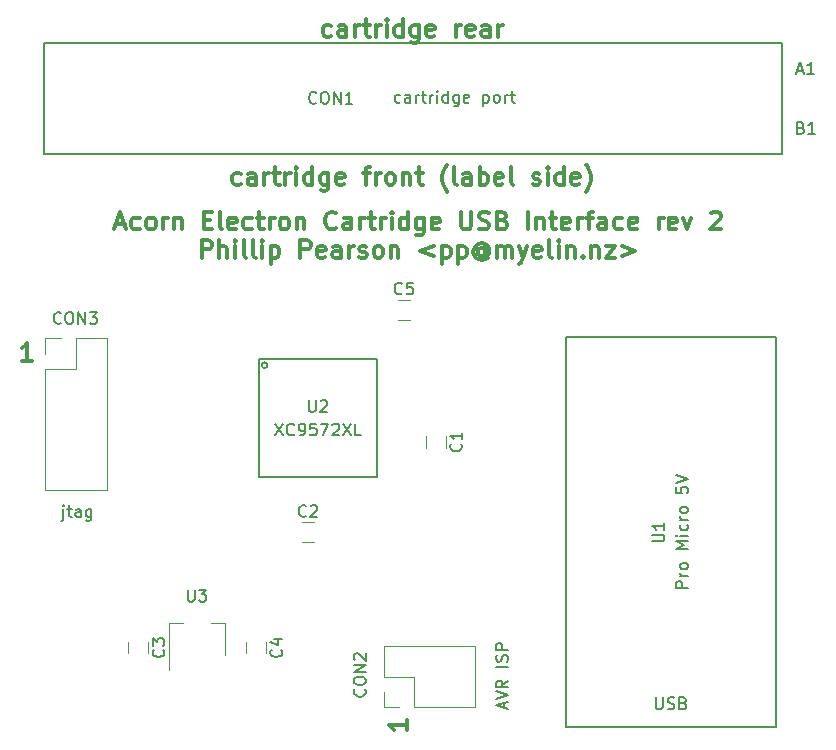
<source format=gto>
G04 #@! TF.FileFunction,Legend,Top*
%FSLAX46Y46*%
G04 Gerber Fmt 4.6, Leading zero omitted, Abs format (unit mm)*
G04 Created by KiCad (PCBNEW 4.0.1-stable) date Monday, April 10, 2017 'AMt' 12:08:22 AM*
%MOMM*%
G01*
G04 APERTURE LIST*
%ADD10C,0.100000*%
%ADD11C,0.300000*%
%ADD12C,0.120000*%
%ADD13C,0.150000*%
G04 APERTURE END LIST*
D10*
D11*
X164528571Y-110201428D02*
X164528571Y-111058571D01*
X164528571Y-110629999D02*
X163028571Y-110629999D01*
X163242857Y-110772856D01*
X163385714Y-110915714D01*
X163457143Y-111058571D01*
X132798572Y-79778571D02*
X131941429Y-79778571D01*
X132370001Y-79778571D02*
X132370001Y-78278571D01*
X132227144Y-78492857D01*
X132084286Y-78635714D01*
X131941429Y-78707143D01*
X158142858Y-52257143D02*
X158000001Y-52328571D01*
X157714287Y-52328571D01*
X157571429Y-52257143D01*
X157500001Y-52185714D01*
X157428572Y-52042857D01*
X157428572Y-51614286D01*
X157500001Y-51471429D01*
X157571429Y-51400000D01*
X157714287Y-51328571D01*
X158000001Y-51328571D01*
X158142858Y-51400000D01*
X159428572Y-52328571D02*
X159428572Y-51542857D01*
X159357143Y-51400000D01*
X159214286Y-51328571D01*
X158928572Y-51328571D01*
X158785715Y-51400000D01*
X159428572Y-52257143D02*
X159285715Y-52328571D01*
X158928572Y-52328571D01*
X158785715Y-52257143D01*
X158714286Y-52114286D01*
X158714286Y-51971429D01*
X158785715Y-51828571D01*
X158928572Y-51757143D01*
X159285715Y-51757143D01*
X159428572Y-51685714D01*
X160142858Y-52328571D02*
X160142858Y-51328571D01*
X160142858Y-51614286D02*
X160214286Y-51471429D01*
X160285715Y-51400000D01*
X160428572Y-51328571D01*
X160571429Y-51328571D01*
X160857143Y-51328571D02*
X161428572Y-51328571D01*
X161071429Y-50828571D02*
X161071429Y-52114286D01*
X161142857Y-52257143D01*
X161285715Y-52328571D01*
X161428572Y-52328571D01*
X161928572Y-52328571D02*
X161928572Y-51328571D01*
X161928572Y-51614286D02*
X162000000Y-51471429D01*
X162071429Y-51400000D01*
X162214286Y-51328571D01*
X162357143Y-51328571D01*
X162857143Y-52328571D02*
X162857143Y-51328571D01*
X162857143Y-50828571D02*
X162785714Y-50900000D01*
X162857143Y-50971429D01*
X162928571Y-50900000D01*
X162857143Y-50828571D01*
X162857143Y-50971429D01*
X164214286Y-52328571D02*
X164214286Y-50828571D01*
X164214286Y-52257143D02*
X164071429Y-52328571D01*
X163785715Y-52328571D01*
X163642857Y-52257143D01*
X163571429Y-52185714D01*
X163500000Y-52042857D01*
X163500000Y-51614286D01*
X163571429Y-51471429D01*
X163642857Y-51400000D01*
X163785715Y-51328571D01*
X164071429Y-51328571D01*
X164214286Y-51400000D01*
X165571429Y-51328571D02*
X165571429Y-52542857D01*
X165500000Y-52685714D01*
X165428572Y-52757143D01*
X165285715Y-52828571D01*
X165071429Y-52828571D01*
X164928572Y-52757143D01*
X165571429Y-52257143D02*
X165428572Y-52328571D01*
X165142858Y-52328571D01*
X165000000Y-52257143D01*
X164928572Y-52185714D01*
X164857143Y-52042857D01*
X164857143Y-51614286D01*
X164928572Y-51471429D01*
X165000000Y-51400000D01*
X165142858Y-51328571D01*
X165428572Y-51328571D01*
X165571429Y-51400000D01*
X166857143Y-52257143D02*
X166714286Y-52328571D01*
X166428572Y-52328571D01*
X166285715Y-52257143D01*
X166214286Y-52114286D01*
X166214286Y-51542857D01*
X166285715Y-51400000D01*
X166428572Y-51328571D01*
X166714286Y-51328571D01*
X166857143Y-51400000D01*
X166928572Y-51542857D01*
X166928572Y-51685714D01*
X166214286Y-51828571D01*
X168714286Y-52328571D02*
X168714286Y-51328571D01*
X168714286Y-51614286D02*
X168785714Y-51471429D01*
X168857143Y-51400000D01*
X169000000Y-51328571D01*
X169142857Y-51328571D01*
X170214285Y-52257143D02*
X170071428Y-52328571D01*
X169785714Y-52328571D01*
X169642857Y-52257143D01*
X169571428Y-52114286D01*
X169571428Y-51542857D01*
X169642857Y-51400000D01*
X169785714Y-51328571D01*
X170071428Y-51328571D01*
X170214285Y-51400000D01*
X170285714Y-51542857D01*
X170285714Y-51685714D01*
X169571428Y-51828571D01*
X171571428Y-52328571D02*
X171571428Y-51542857D01*
X171499999Y-51400000D01*
X171357142Y-51328571D01*
X171071428Y-51328571D01*
X170928571Y-51400000D01*
X171571428Y-52257143D02*
X171428571Y-52328571D01*
X171071428Y-52328571D01*
X170928571Y-52257143D01*
X170857142Y-52114286D01*
X170857142Y-51971429D01*
X170928571Y-51828571D01*
X171071428Y-51757143D01*
X171428571Y-51757143D01*
X171571428Y-51685714D01*
X172285714Y-52328571D02*
X172285714Y-51328571D01*
X172285714Y-51614286D02*
X172357142Y-51471429D01*
X172428571Y-51400000D01*
X172571428Y-51328571D01*
X172714285Y-51328571D01*
X150490001Y-64797143D02*
X150347144Y-64868571D01*
X150061430Y-64868571D01*
X149918572Y-64797143D01*
X149847144Y-64725714D01*
X149775715Y-64582857D01*
X149775715Y-64154286D01*
X149847144Y-64011429D01*
X149918572Y-63940000D01*
X150061430Y-63868571D01*
X150347144Y-63868571D01*
X150490001Y-63940000D01*
X151775715Y-64868571D02*
X151775715Y-64082857D01*
X151704286Y-63940000D01*
X151561429Y-63868571D01*
X151275715Y-63868571D01*
X151132858Y-63940000D01*
X151775715Y-64797143D02*
X151632858Y-64868571D01*
X151275715Y-64868571D01*
X151132858Y-64797143D01*
X151061429Y-64654286D01*
X151061429Y-64511429D01*
X151132858Y-64368571D01*
X151275715Y-64297143D01*
X151632858Y-64297143D01*
X151775715Y-64225714D01*
X152490001Y-64868571D02*
X152490001Y-63868571D01*
X152490001Y-64154286D02*
X152561429Y-64011429D01*
X152632858Y-63940000D01*
X152775715Y-63868571D01*
X152918572Y-63868571D01*
X153204286Y-63868571D02*
X153775715Y-63868571D01*
X153418572Y-63368571D02*
X153418572Y-64654286D01*
X153490000Y-64797143D01*
X153632858Y-64868571D01*
X153775715Y-64868571D01*
X154275715Y-64868571D02*
X154275715Y-63868571D01*
X154275715Y-64154286D02*
X154347143Y-64011429D01*
X154418572Y-63940000D01*
X154561429Y-63868571D01*
X154704286Y-63868571D01*
X155204286Y-64868571D02*
X155204286Y-63868571D01*
X155204286Y-63368571D02*
X155132857Y-63440000D01*
X155204286Y-63511429D01*
X155275714Y-63440000D01*
X155204286Y-63368571D01*
X155204286Y-63511429D01*
X156561429Y-64868571D02*
X156561429Y-63368571D01*
X156561429Y-64797143D02*
X156418572Y-64868571D01*
X156132858Y-64868571D01*
X155990000Y-64797143D01*
X155918572Y-64725714D01*
X155847143Y-64582857D01*
X155847143Y-64154286D01*
X155918572Y-64011429D01*
X155990000Y-63940000D01*
X156132858Y-63868571D01*
X156418572Y-63868571D01*
X156561429Y-63940000D01*
X157918572Y-63868571D02*
X157918572Y-65082857D01*
X157847143Y-65225714D01*
X157775715Y-65297143D01*
X157632858Y-65368571D01*
X157418572Y-65368571D01*
X157275715Y-65297143D01*
X157918572Y-64797143D02*
X157775715Y-64868571D01*
X157490001Y-64868571D01*
X157347143Y-64797143D01*
X157275715Y-64725714D01*
X157204286Y-64582857D01*
X157204286Y-64154286D01*
X157275715Y-64011429D01*
X157347143Y-63940000D01*
X157490001Y-63868571D01*
X157775715Y-63868571D01*
X157918572Y-63940000D01*
X159204286Y-64797143D02*
X159061429Y-64868571D01*
X158775715Y-64868571D01*
X158632858Y-64797143D01*
X158561429Y-64654286D01*
X158561429Y-64082857D01*
X158632858Y-63940000D01*
X158775715Y-63868571D01*
X159061429Y-63868571D01*
X159204286Y-63940000D01*
X159275715Y-64082857D01*
X159275715Y-64225714D01*
X158561429Y-64368571D01*
X160847143Y-63868571D02*
X161418572Y-63868571D01*
X161061429Y-64868571D02*
X161061429Y-63582857D01*
X161132857Y-63440000D01*
X161275715Y-63368571D01*
X161418572Y-63368571D01*
X161918572Y-64868571D02*
X161918572Y-63868571D01*
X161918572Y-64154286D02*
X161990000Y-64011429D01*
X162061429Y-63940000D01*
X162204286Y-63868571D01*
X162347143Y-63868571D01*
X163061429Y-64868571D02*
X162918571Y-64797143D01*
X162847143Y-64725714D01*
X162775714Y-64582857D01*
X162775714Y-64154286D01*
X162847143Y-64011429D01*
X162918571Y-63940000D01*
X163061429Y-63868571D01*
X163275714Y-63868571D01*
X163418571Y-63940000D01*
X163490000Y-64011429D01*
X163561429Y-64154286D01*
X163561429Y-64582857D01*
X163490000Y-64725714D01*
X163418571Y-64797143D01*
X163275714Y-64868571D01*
X163061429Y-64868571D01*
X164204286Y-63868571D02*
X164204286Y-64868571D01*
X164204286Y-64011429D02*
X164275714Y-63940000D01*
X164418572Y-63868571D01*
X164632857Y-63868571D01*
X164775714Y-63940000D01*
X164847143Y-64082857D01*
X164847143Y-64868571D01*
X165347143Y-63868571D02*
X165918572Y-63868571D01*
X165561429Y-63368571D02*
X165561429Y-64654286D01*
X165632857Y-64797143D01*
X165775715Y-64868571D01*
X165918572Y-64868571D01*
X167990000Y-65440000D02*
X167918572Y-65368571D01*
X167775715Y-65154286D01*
X167704286Y-65011429D01*
X167632857Y-64797143D01*
X167561429Y-64440000D01*
X167561429Y-64154286D01*
X167632857Y-63797143D01*
X167704286Y-63582857D01*
X167775715Y-63440000D01*
X167918572Y-63225714D01*
X167990000Y-63154286D01*
X168775715Y-64868571D02*
X168632857Y-64797143D01*
X168561429Y-64654286D01*
X168561429Y-63368571D01*
X169990000Y-64868571D02*
X169990000Y-64082857D01*
X169918571Y-63940000D01*
X169775714Y-63868571D01*
X169490000Y-63868571D01*
X169347143Y-63940000D01*
X169990000Y-64797143D02*
X169847143Y-64868571D01*
X169490000Y-64868571D01*
X169347143Y-64797143D01*
X169275714Y-64654286D01*
X169275714Y-64511429D01*
X169347143Y-64368571D01*
X169490000Y-64297143D01*
X169847143Y-64297143D01*
X169990000Y-64225714D01*
X170704286Y-64868571D02*
X170704286Y-63368571D01*
X170704286Y-63940000D02*
X170847143Y-63868571D01*
X171132857Y-63868571D01*
X171275714Y-63940000D01*
X171347143Y-64011429D01*
X171418572Y-64154286D01*
X171418572Y-64582857D01*
X171347143Y-64725714D01*
X171275714Y-64797143D01*
X171132857Y-64868571D01*
X170847143Y-64868571D01*
X170704286Y-64797143D01*
X172632857Y-64797143D02*
X172490000Y-64868571D01*
X172204286Y-64868571D01*
X172061429Y-64797143D01*
X171990000Y-64654286D01*
X171990000Y-64082857D01*
X172061429Y-63940000D01*
X172204286Y-63868571D01*
X172490000Y-63868571D01*
X172632857Y-63940000D01*
X172704286Y-64082857D01*
X172704286Y-64225714D01*
X171990000Y-64368571D01*
X173561429Y-64868571D02*
X173418571Y-64797143D01*
X173347143Y-64654286D01*
X173347143Y-63368571D01*
X175204285Y-64797143D02*
X175347142Y-64868571D01*
X175632857Y-64868571D01*
X175775714Y-64797143D01*
X175847142Y-64654286D01*
X175847142Y-64582857D01*
X175775714Y-64440000D01*
X175632857Y-64368571D01*
X175418571Y-64368571D01*
X175275714Y-64297143D01*
X175204285Y-64154286D01*
X175204285Y-64082857D01*
X175275714Y-63940000D01*
X175418571Y-63868571D01*
X175632857Y-63868571D01*
X175775714Y-63940000D01*
X176490000Y-64868571D02*
X176490000Y-63868571D01*
X176490000Y-63368571D02*
X176418571Y-63440000D01*
X176490000Y-63511429D01*
X176561428Y-63440000D01*
X176490000Y-63368571D01*
X176490000Y-63511429D01*
X177847143Y-64868571D02*
X177847143Y-63368571D01*
X177847143Y-64797143D02*
X177704286Y-64868571D01*
X177418572Y-64868571D01*
X177275714Y-64797143D01*
X177204286Y-64725714D01*
X177132857Y-64582857D01*
X177132857Y-64154286D01*
X177204286Y-64011429D01*
X177275714Y-63940000D01*
X177418572Y-63868571D01*
X177704286Y-63868571D01*
X177847143Y-63940000D01*
X179132857Y-64797143D02*
X178990000Y-64868571D01*
X178704286Y-64868571D01*
X178561429Y-64797143D01*
X178490000Y-64654286D01*
X178490000Y-64082857D01*
X178561429Y-63940000D01*
X178704286Y-63868571D01*
X178990000Y-63868571D01*
X179132857Y-63940000D01*
X179204286Y-64082857D01*
X179204286Y-64225714D01*
X178490000Y-64368571D01*
X179704286Y-65440000D02*
X179775714Y-65368571D01*
X179918571Y-65154286D01*
X179990000Y-65011429D01*
X180061429Y-64797143D01*
X180132857Y-64440000D01*
X180132857Y-64154286D01*
X180061429Y-63797143D01*
X179990000Y-63582857D01*
X179918571Y-63440000D01*
X179775714Y-63225714D01*
X179704286Y-63154286D01*
X139932859Y-68220000D02*
X140647145Y-68220000D01*
X139790002Y-68648571D02*
X140290002Y-67148571D01*
X140790002Y-68648571D01*
X141932859Y-68577143D02*
X141790002Y-68648571D01*
X141504288Y-68648571D01*
X141361430Y-68577143D01*
X141290002Y-68505714D01*
X141218573Y-68362857D01*
X141218573Y-67934286D01*
X141290002Y-67791429D01*
X141361430Y-67720000D01*
X141504288Y-67648571D01*
X141790002Y-67648571D01*
X141932859Y-67720000D01*
X142790002Y-68648571D02*
X142647144Y-68577143D01*
X142575716Y-68505714D01*
X142504287Y-68362857D01*
X142504287Y-67934286D01*
X142575716Y-67791429D01*
X142647144Y-67720000D01*
X142790002Y-67648571D01*
X143004287Y-67648571D01*
X143147144Y-67720000D01*
X143218573Y-67791429D01*
X143290002Y-67934286D01*
X143290002Y-68362857D01*
X143218573Y-68505714D01*
X143147144Y-68577143D01*
X143004287Y-68648571D01*
X142790002Y-68648571D01*
X143932859Y-68648571D02*
X143932859Y-67648571D01*
X143932859Y-67934286D02*
X144004287Y-67791429D01*
X144075716Y-67720000D01*
X144218573Y-67648571D01*
X144361430Y-67648571D01*
X144861430Y-67648571D02*
X144861430Y-68648571D01*
X144861430Y-67791429D02*
X144932858Y-67720000D01*
X145075716Y-67648571D01*
X145290001Y-67648571D01*
X145432858Y-67720000D01*
X145504287Y-67862857D01*
X145504287Y-68648571D01*
X147361430Y-67862857D02*
X147861430Y-67862857D01*
X148075716Y-68648571D02*
X147361430Y-68648571D01*
X147361430Y-67148571D01*
X148075716Y-67148571D01*
X148932859Y-68648571D02*
X148790001Y-68577143D01*
X148718573Y-68434286D01*
X148718573Y-67148571D01*
X150075715Y-68577143D02*
X149932858Y-68648571D01*
X149647144Y-68648571D01*
X149504287Y-68577143D01*
X149432858Y-68434286D01*
X149432858Y-67862857D01*
X149504287Y-67720000D01*
X149647144Y-67648571D01*
X149932858Y-67648571D01*
X150075715Y-67720000D01*
X150147144Y-67862857D01*
X150147144Y-68005714D01*
X149432858Y-68148571D01*
X151432858Y-68577143D02*
X151290001Y-68648571D01*
X151004287Y-68648571D01*
X150861429Y-68577143D01*
X150790001Y-68505714D01*
X150718572Y-68362857D01*
X150718572Y-67934286D01*
X150790001Y-67791429D01*
X150861429Y-67720000D01*
X151004287Y-67648571D01*
X151290001Y-67648571D01*
X151432858Y-67720000D01*
X151861429Y-67648571D02*
X152432858Y-67648571D01*
X152075715Y-67148571D02*
X152075715Y-68434286D01*
X152147143Y-68577143D01*
X152290001Y-68648571D01*
X152432858Y-68648571D01*
X152932858Y-68648571D02*
X152932858Y-67648571D01*
X152932858Y-67934286D02*
X153004286Y-67791429D01*
X153075715Y-67720000D01*
X153218572Y-67648571D01*
X153361429Y-67648571D01*
X154075715Y-68648571D02*
X153932857Y-68577143D01*
X153861429Y-68505714D01*
X153790000Y-68362857D01*
X153790000Y-67934286D01*
X153861429Y-67791429D01*
X153932857Y-67720000D01*
X154075715Y-67648571D01*
X154290000Y-67648571D01*
X154432857Y-67720000D01*
X154504286Y-67791429D01*
X154575715Y-67934286D01*
X154575715Y-68362857D01*
X154504286Y-68505714D01*
X154432857Y-68577143D01*
X154290000Y-68648571D01*
X154075715Y-68648571D01*
X155218572Y-67648571D02*
X155218572Y-68648571D01*
X155218572Y-67791429D02*
X155290000Y-67720000D01*
X155432858Y-67648571D01*
X155647143Y-67648571D01*
X155790000Y-67720000D01*
X155861429Y-67862857D01*
X155861429Y-68648571D01*
X158575715Y-68505714D02*
X158504286Y-68577143D01*
X158290000Y-68648571D01*
X158147143Y-68648571D01*
X157932858Y-68577143D01*
X157790000Y-68434286D01*
X157718572Y-68291429D01*
X157647143Y-68005714D01*
X157647143Y-67791429D01*
X157718572Y-67505714D01*
X157790000Y-67362857D01*
X157932858Y-67220000D01*
X158147143Y-67148571D01*
X158290000Y-67148571D01*
X158504286Y-67220000D01*
X158575715Y-67291429D01*
X159861429Y-68648571D02*
X159861429Y-67862857D01*
X159790000Y-67720000D01*
X159647143Y-67648571D01*
X159361429Y-67648571D01*
X159218572Y-67720000D01*
X159861429Y-68577143D02*
X159718572Y-68648571D01*
X159361429Y-68648571D01*
X159218572Y-68577143D01*
X159147143Y-68434286D01*
X159147143Y-68291429D01*
X159218572Y-68148571D01*
X159361429Y-68077143D01*
X159718572Y-68077143D01*
X159861429Y-68005714D01*
X160575715Y-68648571D02*
X160575715Y-67648571D01*
X160575715Y-67934286D02*
X160647143Y-67791429D01*
X160718572Y-67720000D01*
X160861429Y-67648571D01*
X161004286Y-67648571D01*
X161290000Y-67648571D02*
X161861429Y-67648571D01*
X161504286Y-67148571D02*
X161504286Y-68434286D01*
X161575714Y-68577143D01*
X161718572Y-68648571D01*
X161861429Y-68648571D01*
X162361429Y-68648571D02*
X162361429Y-67648571D01*
X162361429Y-67934286D02*
X162432857Y-67791429D01*
X162504286Y-67720000D01*
X162647143Y-67648571D01*
X162790000Y-67648571D01*
X163290000Y-68648571D02*
X163290000Y-67648571D01*
X163290000Y-67148571D02*
X163218571Y-67220000D01*
X163290000Y-67291429D01*
X163361428Y-67220000D01*
X163290000Y-67148571D01*
X163290000Y-67291429D01*
X164647143Y-68648571D02*
X164647143Y-67148571D01*
X164647143Y-68577143D02*
X164504286Y-68648571D01*
X164218572Y-68648571D01*
X164075714Y-68577143D01*
X164004286Y-68505714D01*
X163932857Y-68362857D01*
X163932857Y-67934286D01*
X164004286Y-67791429D01*
X164075714Y-67720000D01*
X164218572Y-67648571D01*
X164504286Y-67648571D01*
X164647143Y-67720000D01*
X166004286Y-67648571D02*
X166004286Y-68862857D01*
X165932857Y-69005714D01*
X165861429Y-69077143D01*
X165718572Y-69148571D01*
X165504286Y-69148571D01*
X165361429Y-69077143D01*
X166004286Y-68577143D02*
X165861429Y-68648571D01*
X165575715Y-68648571D01*
X165432857Y-68577143D01*
X165361429Y-68505714D01*
X165290000Y-68362857D01*
X165290000Y-67934286D01*
X165361429Y-67791429D01*
X165432857Y-67720000D01*
X165575715Y-67648571D01*
X165861429Y-67648571D01*
X166004286Y-67720000D01*
X167290000Y-68577143D02*
X167147143Y-68648571D01*
X166861429Y-68648571D01*
X166718572Y-68577143D01*
X166647143Y-68434286D01*
X166647143Y-67862857D01*
X166718572Y-67720000D01*
X166861429Y-67648571D01*
X167147143Y-67648571D01*
X167290000Y-67720000D01*
X167361429Y-67862857D01*
X167361429Y-68005714D01*
X166647143Y-68148571D01*
X169147143Y-67148571D02*
X169147143Y-68362857D01*
X169218571Y-68505714D01*
X169290000Y-68577143D01*
X169432857Y-68648571D01*
X169718571Y-68648571D01*
X169861429Y-68577143D01*
X169932857Y-68505714D01*
X170004286Y-68362857D01*
X170004286Y-67148571D01*
X170647143Y-68577143D02*
X170861429Y-68648571D01*
X171218572Y-68648571D01*
X171361429Y-68577143D01*
X171432858Y-68505714D01*
X171504286Y-68362857D01*
X171504286Y-68220000D01*
X171432858Y-68077143D01*
X171361429Y-68005714D01*
X171218572Y-67934286D01*
X170932858Y-67862857D01*
X170790000Y-67791429D01*
X170718572Y-67720000D01*
X170647143Y-67577143D01*
X170647143Y-67434286D01*
X170718572Y-67291429D01*
X170790000Y-67220000D01*
X170932858Y-67148571D01*
X171290000Y-67148571D01*
X171504286Y-67220000D01*
X172647143Y-67862857D02*
X172861429Y-67934286D01*
X172932857Y-68005714D01*
X173004286Y-68148571D01*
X173004286Y-68362857D01*
X172932857Y-68505714D01*
X172861429Y-68577143D01*
X172718571Y-68648571D01*
X172147143Y-68648571D01*
X172147143Y-67148571D01*
X172647143Y-67148571D01*
X172790000Y-67220000D01*
X172861429Y-67291429D01*
X172932857Y-67434286D01*
X172932857Y-67577143D01*
X172861429Y-67720000D01*
X172790000Y-67791429D01*
X172647143Y-67862857D01*
X172147143Y-67862857D01*
X174790000Y-68648571D02*
X174790000Y-67148571D01*
X175504286Y-67648571D02*
X175504286Y-68648571D01*
X175504286Y-67791429D02*
X175575714Y-67720000D01*
X175718572Y-67648571D01*
X175932857Y-67648571D01*
X176075714Y-67720000D01*
X176147143Y-67862857D01*
X176147143Y-68648571D01*
X176647143Y-67648571D02*
X177218572Y-67648571D01*
X176861429Y-67148571D02*
X176861429Y-68434286D01*
X176932857Y-68577143D01*
X177075715Y-68648571D01*
X177218572Y-68648571D01*
X178290000Y-68577143D02*
X178147143Y-68648571D01*
X177861429Y-68648571D01*
X177718572Y-68577143D01*
X177647143Y-68434286D01*
X177647143Y-67862857D01*
X177718572Y-67720000D01*
X177861429Y-67648571D01*
X178147143Y-67648571D01*
X178290000Y-67720000D01*
X178361429Y-67862857D01*
X178361429Y-68005714D01*
X177647143Y-68148571D01*
X179004286Y-68648571D02*
X179004286Y-67648571D01*
X179004286Y-67934286D02*
X179075714Y-67791429D01*
X179147143Y-67720000D01*
X179290000Y-67648571D01*
X179432857Y-67648571D01*
X179718571Y-67648571D02*
X180290000Y-67648571D01*
X179932857Y-68648571D02*
X179932857Y-67362857D01*
X180004285Y-67220000D01*
X180147143Y-67148571D01*
X180290000Y-67148571D01*
X181432857Y-68648571D02*
X181432857Y-67862857D01*
X181361428Y-67720000D01*
X181218571Y-67648571D01*
X180932857Y-67648571D01*
X180790000Y-67720000D01*
X181432857Y-68577143D02*
X181290000Y-68648571D01*
X180932857Y-68648571D01*
X180790000Y-68577143D01*
X180718571Y-68434286D01*
X180718571Y-68291429D01*
X180790000Y-68148571D01*
X180932857Y-68077143D01*
X181290000Y-68077143D01*
X181432857Y-68005714D01*
X182790000Y-68577143D02*
X182647143Y-68648571D01*
X182361429Y-68648571D01*
X182218571Y-68577143D01*
X182147143Y-68505714D01*
X182075714Y-68362857D01*
X182075714Y-67934286D01*
X182147143Y-67791429D01*
X182218571Y-67720000D01*
X182361429Y-67648571D01*
X182647143Y-67648571D01*
X182790000Y-67720000D01*
X184004285Y-68577143D02*
X183861428Y-68648571D01*
X183575714Y-68648571D01*
X183432857Y-68577143D01*
X183361428Y-68434286D01*
X183361428Y-67862857D01*
X183432857Y-67720000D01*
X183575714Y-67648571D01*
X183861428Y-67648571D01*
X184004285Y-67720000D01*
X184075714Y-67862857D01*
X184075714Y-68005714D01*
X183361428Y-68148571D01*
X185861428Y-68648571D02*
X185861428Y-67648571D01*
X185861428Y-67934286D02*
X185932856Y-67791429D01*
X186004285Y-67720000D01*
X186147142Y-67648571D01*
X186289999Y-67648571D01*
X187361427Y-68577143D02*
X187218570Y-68648571D01*
X186932856Y-68648571D01*
X186789999Y-68577143D01*
X186718570Y-68434286D01*
X186718570Y-67862857D01*
X186789999Y-67720000D01*
X186932856Y-67648571D01*
X187218570Y-67648571D01*
X187361427Y-67720000D01*
X187432856Y-67862857D01*
X187432856Y-68005714D01*
X186718570Y-68148571D01*
X187932856Y-67648571D02*
X188289999Y-68648571D01*
X188647141Y-67648571D01*
X190289998Y-67291429D02*
X190361427Y-67220000D01*
X190504284Y-67148571D01*
X190861427Y-67148571D01*
X191004284Y-67220000D01*
X191075713Y-67291429D01*
X191147141Y-67434286D01*
X191147141Y-67577143D01*
X191075713Y-67791429D01*
X190218570Y-68648571D01*
X191147141Y-68648571D01*
X147182857Y-71048571D02*
X147182857Y-69548571D01*
X147754285Y-69548571D01*
X147897143Y-69620000D01*
X147968571Y-69691429D01*
X148040000Y-69834286D01*
X148040000Y-70048571D01*
X147968571Y-70191429D01*
X147897143Y-70262857D01*
X147754285Y-70334286D01*
X147182857Y-70334286D01*
X148682857Y-71048571D02*
X148682857Y-69548571D01*
X149325714Y-71048571D02*
X149325714Y-70262857D01*
X149254285Y-70120000D01*
X149111428Y-70048571D01*
X148897143Y-70048571D01*
X148754285Y-70120000D01*
X148682857Y-70191429D01*
X150040000Y-71048571D02*
X150040000Y-70048571D01*
X150040000Y-69548571D02*
X149968571Y-69620000D01*
X150040000Y-69691429D01*
X150111428Y-69620000D01*
X150040000Y-69548571D01*
X150040000Y-69691429D01*
X150968572Y-71048571D02*
X150825714Y-70977143D01*
X150754286Y-70834286D01*
X150754286Y-69548571D01*
X151754286Y-71048571D02*
X151611428Y-70977143D01*
X151540000Y-70834286D01*
X151540000Y-69548571D01*
X152325714Y-71048571D02*
X152325714Y-70048571D01*
X152325714Y-69548571D02*
X152254285Y-69620000D01*
X152325714Y-69691429D01*
X152397142Y-69620000D01*
X152325714Y-69548571D01*
X152325714Y-69691429D01*
X153040000Y-70048571D02*
X153040000Y-71548571D01*
X153040000Y-70120000D02*
X153182857Y-70048571D01*
X153468571Y-70048571D01*
X153611428Y-70120000D01*
X153682857Y-70191429D01*
X153754286Y-70334286D01*
X153754286Y-70762857D01*
X153682857Y-70905714D01*
X153611428Y-70977143D01*
X153468571Y-71048571D01*
X153182857Y-71048571D01*
X153040000Y-70977143D01*
X155540000Y-71048571D02*
X155540000Y-69548571D01*
X156111428Y-69548571D01*
X156254286Y-69620000D01*
X156325714Y-69691429D01*
X156397143Y-69834286D01*
X156397143Y-70048571D01*
X156325714Y-70191429D01*
X156254286Y-70262857D01*
X156111428Y-70334286D01*
X155540000Y-70334286D01*
X157611428Y-70977143D02*
X157468571Y-71048571D01*
X157182857Y-71048571D01*
X157040000Y-70977143D01*
X156968571Y-70834286D01*
X156968571Y-70262857D01*
X157040000Y-70120000D01*
X157182857Y-70048571D01*
X157468571Y-70048571D01*
X157611428Y-70120000D01*
X157682857Y-70262857D01*
X157682857Y-70405714D01*
X156968571Y-70548571D01*
X158968571Y-71048571D02*
X158968571Y-70262857D01*
X158897142Y-70120000D01*
X158754285Y-70048571D01*
X158468571Y-70048571D01*
X158325714Y-70120000D01*
X158968571Y-70977143D02*
X158825714Y-71048571D01*
X158468571Y-71048571D01*
X158325714Y-70977143D01*
X158254285Y-70834286D01*
X158254285Y-70691429D01*
X158325714Y-70548571D01*
X158468571Y-70477143D01*
X158825714Y-70477143D01*
X158968571Y-70405714D01*
X159682857Y-71048571D02*
X159682857Y-70048571D01*
X159682857Y-70334286D02*
X159754285Y-70191429D01*
X159825714Y-70120000D01*
X159968571Y-70048571D01*
X160111428Y-70048571D01*
X160539999Y-70977143D02*
X160682856Y-71048571D01*
X160968571Y-71048571D01*
X161111428Y-70977143D01*
X161182856Y-70834286D01*
X161182856Y-70762857D01*
X161111428Y-70620000D01*
X160968571Y-70548571D01*
X160754285Y-70548571D01*
X160611428Y-70477143D01*
X160539999Y-70334286D01*
X160539999Y-70262857D01*
X160611428Y-70120000D01*
X160754285Y-70048571D01*
X160968571Y-70048571D01*
X161111428Y-70120000D01*
X162040000Y-71048571D02*
X161897142Y-70977143D01*
X161825714Y-70905714D01*
X161754285Y-70762857D01*
X161754285Y-70334286D01*
X161825714Y-70191429D01*
X161897142Y-70120000D01*
X162040000Y-70048571D01*
X162254285Y-70048571D01*
X162397142Y-70120000D01*
X162468571Y-70191429D01*
X162540000Y-70334286D01*
X162540000Y-70762857D01*
X162468571Y-70905714D01*
X162397142Y-70977143D01*
X162254285Y-71048571D01*
X162040000Y-71048571D01*
X163182857Y-70048571D02*
X163182857Y-71048571D01*
X163182857Y-70191429D02*
X163254285Y-70120000D01*
X163397143Y-70048571D01*
X163611428Y-70048571D01*
X163754285Y-70120000D01*
X163825714Y-70262857D01*
X163825714Y-71048571D01*
X166825714Y-70048571D02*
X165682857Y-70477143D01*
X166825714Y-70905714D01*
X167540000Y-70048571D02*
X167540000Y-71548571D01*
X167540000Y-70120000D02*
X167682857Y-70048571D01*
X167968571Y-70048571D01*
X168111428Y-70120000D01*
X168182857Y-70191429D01*
X168254286Y-70334286D01*
X168254286Y-70762857D01*
X168182857Y-70905714D01*
X168111428Y-70977143D01*
X167968571Y-71048571D01*
X167682857Y-71048571D01*
X167540000Y-70977143D01*
X168897143Y-70048571D02*
X168897143Y-71548571D01*
X168897143Y-70120000D02*
X169040000Y-70048571D01*
X169325714Y-70048571D01*
X169468571Y-70120000D01*
X169540000Y-70191429D01*
X169611429Y-70334286D01*
X169611429Y-70762857D01*
X169540000Y-70905714D01*
X169468571Y-70977143D01*
X169325714Y-71048571D01*
X169040000Y-71048571D01*
X168897143Y-70977143D01*
X171182857Y-70334286D02*
X171111429Y-70262857D01*
X170968572Y-70191429D01*
X170825714Y-70191429D01*
X170682857Y-70262857D01*
X170611429Y-70334286D01*
X170540000Y-70477143D01*
X170540000Y-70620000D01*
X170611429Y-70762857D01*
X170682857Y-70834286D01*
X170825714Y-70905714D01*
X170968572Y-70905714D01*
X171111429Y-70834286D01*
X171182857Y-70762857D01*
X171182857Y-70191429D02*
X171182857Y-70762857D01*
X171254286Y-70834286D01*
X171325714Y-70834286D01*
X171468572Y-70762857D01*
X171540000Y-70620000D01*
X171540000Y-70262857D01*
X171397143Y-70048571D01*
X171182857Y-69905714D01*
X170897143Y-69834286D01*
X170611429Y-69905714D01*
X170397143Y-70048571D01*
X170254286Y-70262857D01*
X170182857Y-70548571D01*
X170254286Y-70834286D01*
X170397143Y-71048571D01*
X170611429Y-71191429D01*
X170897143Y-71262857D01*
X171182857Y-71191429D01*
X171397143Y-71048571D01*
X172182857Y-71048571D02*
X172182857Y-70048571D01*
X172182857Y-70191429D02*
X172254285Y-70120000D01*
X172397143Y-70048571D01*
X172611428Y-70048571D01*
X172754285Y-70120000D01*
X172825714Y-70262857D01*
X172825714Y-71048571D01*
X172825714Y-70262857D02*
X172897143Y-70120000D01*
X173040000Y-70048571D01*
X173254285Y-70048571D01*
X173397143Y-70120000D01*
X173468571Y-70262857D01*
X173468571Y-71048571D01*
X174040000Y-70048571D02*
X174397143Y-71048571D01*
X174754285Y-70048571D02*
X174397143Y-71048571D01*
X174254285Y-71405714D01*
X174182857Y-71477143D01*
X174040000Y-71548571D01*
X175897142Y-70977143D02*
X175754285Y-71048571D01*
X175468571Y-71048571D01*
X175325714Y-70977143D01*
X175254285Y-70834286D01*
X175254285Y-70262857D01*
X175325714Y-70120000D01*
X175468571Y-70048571D01*
X175754285Y-70048571D01*
X175897142Y-70120000D01*
X175968571Y-70262857D01*
X175968571Y-70405714D01*
X175254285Y-70548571D01*
X176825714Y-71048571D02*
X176682856Y-70977143D01*
X176611428Y-70834286D01*
X176611428Y-69548571D01*
X177397142Y-71048571D02*
X177397142Y-70048571D01*
X177397142Y-69548571D02*
X177325713Y-69620000D01*
X177397142Y-69691429D01*
X177468570Y-69620000D01*
X177397142Y-69548571D01*
X177397142Y-69691429D01*
X178111428Y-70048571D02*
X178111428Y-71048571D01*
X178111428Y-70191429D02*
X178182856Y-70120000D01*
X178325714Y-70048571D01*
X178539999Y-70048571D01*
X178682856Y-70120000D01*
X178754285Y-70262857D01*
X178754285Y-71048571D01*
X179468571Y-70905714D02*
X179539999Y-70977143D01*
X179468571Y-71048571D01*
X179397142Y-70977143D01*
X179468571Y-70905714D01*
X179468571Y-71048571D01*
X180182857Y-70048571D02*
X180182857Y-71048571D01*
X180182857Y-70191429D02*
X180254285Y-70120000D01*
X180397143Y-70048571D01*
X180611428Y-70048571D01*
X180754285Y-70120000D01*
X180825714Y-70262857D01*
X180825714Y-71048571D01*
X181397143Y-70048571D02*
X182182857Y-70048571D01*
X181397143Y-71048571D01*
X182182857Y-71048571D01*
X182754286Y-70048571D02*
X183897143Y-70477143D01*
X182754286Y-70905714D01*
D12*
X167870000Y-87140000D02*
X167870000Y-86140000D01*
X166170000Y-86140000D02*
X166170000Y-87140000D01*
X156690000Y-93430000D02*
X155690000Y-93430000D01*
X155690000Y-95130000D02*
X156690000Y-95130000D01*
X142670000Y-104550000D02*
X142670000Y-103550000D01*
X140970000Y-103550000D02*
X140970000Y-104550000D01*
X152650000Y-104550000D02*
X152650000Y-103550000D01*
X150950000Y-103550000D02*
X150950000Y-104550000D01*
D13*
X152010000Y-79640000D02*
X152010000Y-89640000D01*
X152010000Y-89640000D02*
X162010000Y-89640000D01*
X162010000Y-89640000D02*
X162010000Y-79640000D01*
X162010000Y-79640000D02*
X152010000Y-79640000D01*
X152760000Y-80140000D02*
G75*
G03X152760000Y-80140000I-250000J0D01*
G01*
D12*
X147980000Y-101990000D02*
X149180000Y-101990000D01*
X149180000Y-101990000D02*
X149180000Y-104690000D01*
X144380000Y-105990000D02*
X144380000Y-101990000D01*
X144380000Y-101990000D02*
X145580000Y-101990000D01*
X165200000Y-109110000D02*
X170340000Y-109110000D01*
X170340000Y-109110000D02*
X170340000Y-103910000D01*
X170340000Y-103910000D02*
X162600000Y-103910000D01*
X162600000Y-103910000D02*
X162600000Y-106510000D01*
X162600000Y-106510000D02*
X165200000Y-106510000D01*
X165200000Y-106510000D02*
X165200000Y-109110000D01*
X163930000Y-109110000D02*
X162600000Y-109110000D01*
X162600000Y-109110000D02*
X162600000Y-107780000D01*
X133930000Y-80450000D02*
X133930000Y-90670000D01*
X133930000Y-90670000D02*
X139130000Y-90670000D01*
X139130000Y-90670000D02*
X139130000Y-77850000D01*
X139130000Y-77850000D02*
X136530000Y-77850000D01*
X136530000Y-77850000D02*
X136530000Y-80450000D01*
X136530000Y-80450000D02*
X133930000Y-80450000D01*
X133930000Y-79180000D02*
X133930000Y-77850000D01*
X133930000Y-77850000D02*
X135260000Y-77850000D01*
D13*
X178000000Y-110810000D02*
X195780000Y-110810000D01*
X195780000Y-110810000D02*
X195780000Y-77790000D01*
X195780000Y-77790000D02*
X178000000Y-77790000D01*
X178000000Y-77790000D02*
X178000000Y-110810000D01*
X133838000Y-52892100D02*
X133838000Y-62239300D01*
X133838000Y-62239300D02*
X196322000Y-62239300D01*
X196322000Y-62239300D02*
X196322000Y-52892100D01*
X196322000Y-52892100D02*
X133838000Y-52892100D01*
D12*
X164810000Y-74590000D02*
X163810000Y-74590000D01*
X163810000Y-76290000D02*
X164810000Y-76290000D01*
D13*
X169127143Y-86806666D02*
X169174762Y-86854285D01*
X169222381Y-86997142D01*
X169222381Y-87092380D01*
X169174762Y-87235238D01*
X169079524Y-87330476D01*
X168984286Y-87378095D01*
X168793810Y-87425714D01*
X168650952Y-87425714D01*
X168460476Y-87378095D01*
X168365238Y-87330476D01*
X168270000Y-87235238D01*
X168222381Y-87092380D01*
X168222381Y-86997142D01*
X168270000Y-86854285D01*
X168317619Y-86806666D01*
X169222381Y-85854285D02*
X169222381Y-86425714D01*
X169222381Y-86140000D02*
X168222381Y-86140000D01*
X168365238Y-86235238D01*
X168460476Y-86330476D01*
X168508095Y-86425714D01*
X156023334Y-92887143D02*
X155975715Y-92934762D01*
X155832858Y-92982381D01*
X155737620Y-92982381D01*
X155594762Y-92934762D01*
X155499524Y-92839524D01*
X155451905Y-92744286D01*
X155404286Y-92553810D01*
X155404286Y-92410952D01*
X155451905Y-92220476D01*
X155499524Y-92125238D01*
X155594762Y-92030000D01*
X155737620Y-91982381D01*
X155832858Y-91982381D01*
X155975715Y-92030000D01*
X156023334Y-92077619D01*
X156404286Y-92077619D02*
X156451905Y-92030000D01*
X156547143Y-91982381D01*
X156785239Y-91982381D01*
X156880477Y-92030000D01*
X156928096Y-92077619D01*
X156975715Y-92172857D01*
X156975715Y-92268095D01*
X156928096Y-92410952D01*
X156356667Y-92982381D01*
X156975715Y-92982381D01*
X143927143Y-104216666D02*
X143974762Y-104264285D01*
X144022381Y-104407142D01*
X144022381Y-104502380D01*
X143974762Y-104645238D01*
X143879524Y-104740476D01*
X143784286Y-104788095D01*
X143593810Y-104835714D01*
X143450952Y-104835714D01*
X143260476Y-104788095D01*
X143165238Y-104740476D01*
X143070000Y-104645238D01*
X143022381Y-104502380D01*
X143022381Y-104407142D01*
X143070000Y-104264285D01*
X143117619Y-104216666D01*
X143022381Y-103883333D02*
X143022381Y-103264285D01*
X143403333Y-103597619D01*
X143403333Y-103454761D01*
X143450952Y-103359523D01*
X143498571Y-103311904D01*
X143593810Y-103264285D01*
X143831905Y-103264285D01*
X143927143Y-103311904D01*
X143974762Y-103359523D01*
X144022381Y-103454761D01*
X144022381Y-103740476D01*
X143974762Y-103835714D01*
X143927143Y-103883333D01*
X153907143Y-104216666D02*
X153954762Y-104264285D01*
X154002381Y-104407142D01*
X154002381Y-104502380D01*
X153954762Y-104645238D01*
X153859524Y-104740476D01*
X153764286Y-104788095D01*
X153573810Y-104835714D01*
X153430952Y-104835714D01*
X153240476Y-104788095D01*
X153145238Y-104740476D01*
X153050000Y-104645238D01*
X153002381Y-104502380D01*
X153002381Y-104407142D01*
X153050000Y-104264285D01*
X153097619Y-104216666D01*
X153335714Y-103359523D02*
X154002381Y-103359523D01*
X152954762Y-103597619D02*
X153669048Y-103835714D01*
X153669048Y-103216666D01*
X156248095Y-83092381D02*
X156248095Y-83901905D01*
X156295714Y-83997143D01*
X156343333Y-84044762D01*
X156438571Y-84092381D01*
X156629048Y-84092381D01*
X156724286Y-84044762D01*
X156771905Y-83997143D01*
X156819524Y-83901905D01*
X156819524Y-83092381D01*
X157248095Y-83187619D02*
X157295714Y-83140000D01*
X157390952Y-83092381D01*
X157629048Y-83092381D01*
X157724286Y-83140000D01*
X157771905Y-83187619D01*
X157819524Y-83282857D01*
X157819524Y-83378095D01*
X157771905Y-83520952D01*
X157200476Y-84092381D01*
X157819524Y-84092381D01*
X153390952Y-85092381D02*
X154057619Y-86092381D01*
X154057619Y-85092381D02*
X153390952Y-86092381D01*
X155010000Y-85997143D02*
X154962381Y-86044762D01*
X154819524Y-86092381D01*
X154724286Y-86092381D01*
X154581428Y-86044762D01*
X154486190Y-85949524D01*
X154438571Y-85854286D01*
X154390952Y-85663810D01*
X154390952Y-85520952D01*
X154438571Y-85330476D01*
X154486190Y-85235238D01*
X154581428Y-85140000D01*
X154724286Y-85092381D01*
X154819524Y-85092381D01*
X154962381Y-85140000D01*
X155010000Y-85187619D01*
X155486190Y-86092381D02*
X155676666Y-86092381D01*
X155771905Y-86044762D01*
X155819524Y-85997143D01*
X155914762Y-85854286D01*
X155962381Y-85663810D01*
X155962381Y-85282857D01*
X155914762Y-85187619D01*
X155867143Y-85140000D01*
X155771905Y-85092381D01*
X155581428Y-85092381D01*
X155486190Y-85140000D01*
X155438571Y-85187619D01*
X155390952Y-85282857D01*
X155390952Y-85520952D01*
X155438571Y-85616190D01*
X155486190Y-85663810D01*
X155581428Y-85711429D01*
X155771905Y-85711429D01*
X155867143Y-85663810D01*
X155914762Y-85616190D01*
X155962381Y-85520952D01*
X156867143Y-85092381D02*
X156390952Y-85092381D01*
X156343333Y-85568571D01*
X156390952Y-85520952D01*
X156486190Y-85473333D01*
X156724286Y-85473333D01*
X156819524Y-85520952D01*
X156867143Y-85568571D01*
X156914762Y-85663810D01*
X156914762Y-85901905D01*
X156867143Y-85997143D01*
X156819524Y-86044762D01*
X156724286Y-86092381D01*
X156486190Y-86092381D01*
X156390952Y-86044762D01*
X156343333Y-85997143D01*
X157248095Y-85092381D02*
X157914762Y-85092381D01*
X157486190Y-86092381D01*
X158248095Y-85187619D02*
X158295714Y-85140000D01*
X158390952Y-85092381D01*
X158629048Y-85092381D01*
X158724286Y-85140000D01*
X158771905Y-85187619D01*
X158819524Y-85282857D01*
X158819524Y-85378095D01*
X158771905Y-85520952D01*
X158200476Y-86092381D01*
X158819524Y-86092381D01*
X159152857Y-85092381D02*
X159819524Y-86092381D01*
X159819524Y-85092381D02*
X159152857Y-86092381D01*
X160676667Y-86092381D02*
X160200476Y-86092381D01*
X160200476Y-85092381D01*
X146008095Y-99152381D02*
X146008095Y-99961905D01*
X146055714Y-100057143D01*
X146103333Y-100104762D01*
X146198571Y-100152381D01*
X146389048Y-100152381D01*
X146484286Y-100104762D01*
X146531905Y-100057143D01*
X146579524Y-99961905D01*
X146579524Y-99152381D01*
X146960476Y-99152381D02*
X147579524Y-99152381D01*
X147246190Y-99533333D01*
X147389048Y-99533333D01*
X147484286Y-99580952D01*
X147531905Y-99628571D01*
X147579524Y-99723810D01*
X147579524Y-99961905D01*
X147531905Y-100057143D01*
X147484286Y-100104762D01*
X147389048Y-100152381D01*
X147103333Y-100152381D01*
X147008095Y-100104762D01*
X146960476Y-100057143D01*
X160967143Y-107574285D02*
X161014762Y-107621904D01*
X161062381Y-107764761D01*
X161062381Y-107859999D01*
X161014762Y-108002857D01*
X160919524Y-108098095D01*
X160824286Y-108145714D01*
X160633810Y-108193333D01*
X160490952Y-108193333D01*
X160300476Y-108145714D01*
X160205238Y-108098095D01*
X160110000Y-108002857D01*
X160062381Y-107859999D01*
X160062381Y-107764761D01*
X160110000Y-107621904D01*
X160157619Y-107574285D01*
X160062381Y-106955238D02*
X160062381Y-106764761D01*
X160110000Y-106669523D01*
X160205238Y-106574285D01*
X160395714Y-106526666D01*
X160729048Y-106526666D01*
X160919524Y-106574285D01*
X161014762Y-106669523D01*
X161062381Y-106764761D01*
X161062381Y-106955238D01*
X161014762Y-107050476D01*
X160919524Y-107145714D01*
X160729048Y-107193333D01*
X160395714Y-107193333D01*
X160205238Y-107145714D01*
X160110000Y-107050476D01*
X160062381Y-106955238D01*
X161062381Y-106098095D02*
X160062381Y-106098095D01*
X161062381Y-105526666D01*
X160062381Y-105526666D01*
X160157619Y-105098095D02*
X160110000Y-105050476D01*
X160062381Y-104955238D01*
X160062381Y-104717142D01*
X160110000Y-104621904D01*
X160157619Y-104574285D01*
X160252857Y-104526666D01*
X160348095Y-104526666D01*
X160490952Y-104574285D01*
X161062381Y-105145714D01*
X161062381Y-104526666D01*
X172816667Y-109191905D02*
X172816667Y-108715714D01*
X173102381Y-109287143D02*
X172102381Y-108953810D01*
X173102381Y-108620476D01*
X172102381Y-108430000D02*
X173102381Y-108096667D01*
X172102381Y-107763333D01*
X173102381Y-106858571D02*
X172626190Y-107191905D01*
X173102381Y-107430000D02*
X172102381Y-107430000D01*
X172102381Y-107049047D01*
X172150000Y-106953809D01*
X172197619Y-106906190D01*
X172292857Y-106858571D01*
X172435714Y-106858571D01*
X172530952Y-106906190D01*
X172578571Y-106953809D01*
X172626190Y-107049047D01*
X172626190Y-107430000D01*
X173102381Y-105668095D02*
X172102381Y-105668095D01*
X173054762Y-105239524D02*
X173102381Y-105096667D01*
X173102381Y-104858571D01*
X173054762Y-104763333D01*
X173007143Y-104715714D01*
X172911905Y-104668095D01*
X172816667Y-104668095D01*
X172721429Y-104715714D01*
X172673810Y-104763333D01*
X172626190Y-104858571D01*
X172578571Y-105049048D01*
X172530952Y-105144286D01*
X172483333Y-105191905D01*
X172388095Y-105239524D01*
X172292857Y-105239524D01*
X172197619Y-105191905D01*
X172150000Y-105144286D01*
X172102381Y-105049048D01*
X172102381Y-104810952D01*
X172150000Y-104668095D01*
X173102381Y-104239524D02*
X172102381Y-104239524D01*
X172102381Y-103858571D01*
X172150000Y-103763333D01*
X172197619Y-103715714D01*
X172292857Y-103668095D01*
X172435714Y-103668095D01*
X172530952Y-103715714D01*
X172578571Y-103763333D01*
X172626190Y-103858571D01*
X172626190Y-104239524D01*
X135265715Y-76547143D02*
X135218096Y-76594762D01*
X135075239Y-76642381D01*
X134980001Y-76642381D01*
X134837143Y-76594762D01*
X134741905Y-76499524D01*
X134694286Y-76404286D01*
X134646667Y-76213810D01*
X134646667Y-76070952D01*
X134694286Y-75880476D01*
X134741905Y-75785238D01*
X134837143Y-75690000D01*
X134980001Y-75642381D01*
X135075239Y-75642381D01*
X135218096Y-75690000D01*
X135265715Y-75737619D01*
X135884762Y-75642381D02*
X136075239Y-75642381D01*
X136170477Y-75690000D01*
X136265715Y-75785238D01*
X136313334Y-75975714D01*
X136313334Y-76309048D01*
X136265715Y-76499524D01*
X136170477Y-76594762D01*
X136075239Y-76642381D01*
X135884762Y-76642381D01*
X135789524Y-76594762D01*
X135694286Y-76499524D01*
X135646667Y-76309048D01*
X135646667Y-75975714D01*
X135694286Y-75785238D01*
X135789524Y-75690000D01*
X135884762Y-75642381D01*
X136741905Y-76642381D02*
X136741905Y-75642381D01*
X137313334Y-76642381D01*
X137313334Y-75642381D01*
X137694286Y-75642381D02*
X138313334Y-75642381D01*
X137980000Y-76023333D01*
X138122858Y-76023333D01*
X138218096Y-76070952D01*
X138265715Y-76118571D01*
X138313334Y-76213810D01*
X138313334Y-76451905D01*
X138265715Y-76547143D01*
X138218096Y-76594762D01*
X138122858Y-76642381D01*
X137837143Y-76642381D01*
X137741905Y-76594762D01*
X137694286Y-76547143D01*
X135459524Y-92325714D02*
X135459524Y-93182857D01*
X135411905Y-93278095D01*
X135316667Y-93325714D01*
X135269048Y-93325714D01*
X135459524Y-91992381D02*
X135411905Y-92040000D01*
X135459524Y-92087619D01*
X135507143Y-92040000D01*
X135459524Y-91992381D01*
X135459524Y-92087619D01*
X135792857Y-92325714D02*
X136173809Y-92325714D01*
X135935714Y-91992381D02*
X135935714Y-92849524D01*
X135983333Y-92944762D01*
X136078571Y-92992381D01*
X136173809Y-92992381D01*
X136935715Y-92992381D02*
X136935715Y-92468571D01*
X136888096Y-92373333D01*
X136792858Y-92325714D01*
X136602381Y-92325714D01*
X136507143Y-92373333D01*
X136935715Y-92944762D02*
X136840477Y-92992381D01*
X136602381Y-92992381D01*
X136507143Y-92944762D01*
X136459524Y-92849524D01*
X136459524Y-92754286D01*
X136507143Y-92659048D01*
X136602381Y-92611429D01*
X136840477Y-92611429D01*
X136935715Y-92563810D01*
X137840477Y-92325714D02*
X137840477Y-93135238D01*
X137792858Y-93230476D01*
X137745239Y-93278095D01*
X137650000Y-93325714D01*
X137507143Y-93325714D01*
X137411905Y-93278095D01*
X137840477Y-92944762D02*
X137745239Y-92992381D01*
X137554762Y-92992381D01*
X137459524Y-92944762D01*
X137411905Y-92897143D01*
X137364286Y-92801905D01*
X137364286Y-92516190D01*
X137411905Y-92420952D01*
X137459524Y-92373333D01*
X137554762Y-92325714D01*
X137745239Y-92325714D01*
X137840477Y-92373333D01*
X185342381Y-95061905D02*
X186151905Y-95061905D01*
X186247143Y-95014286D01*
X186294762Y-94966667D01*
X186342381Y-94871429D01*
X186342381Y-94680952D01*
X186294762Y-94585714D01*
X186247143Y-94538095D01*
X186151905Y-94490476D01*
X185342381Y-94490476D01*
X186342381Y-93490476D02*
X186342381Y-94061905D01*
X186342381Y-93776191D02*
X185342381Y-93776191D01*
X185485238Y-93871429D01*
X185580476Y-93966667D01*
X185628095Y-94061905D01*
X188342381Y-98990477D02*
X187342381Y-98990477D01*
X187342381Y-98609524D01*
X187390000Y-98514286D01*
X187437619Y-98466667D01*
X187532857Y-98419048D01*
X187675714Y-98419048D01*
X187770952Y-98466667D01*
X187818571Y-98514286D01*
X187866190Y-98609524D01*
X187866190Y-98990477D01*
X188342381Y-97990477D02*
X187675714Y-97990477D01*
X187866190Y-97990477D02*
X187770952Y-97942858D01*
X187723333Y-97895239D01*
X187675714Y-97800001D01*
X187675714Y-97704762D01*
X188342381Y-97228572D02*
X188294762Y-97323810D01*
X188247143Y-97371429D01*
X188151905Y-97419048D01*
X187866190Y-97419048D01*
X187770952Y-97371429D01*
X187723333Y-97323810D01*
X187675714Y-97228572D01*
X187675714Y-97085714D01*
X187723333Y-96990476D01*
X187770952Y-96942857D01*
X187866190Y-96895238D01*
X188151905Y-96895238D01*
X188247143Y-96942857D01*
X188294762Y-96990476D01*
X188342381Y-97085714D01*
X188342381Y-97228572D01*
X188342381Y-95704762D02*
X187342381Y-95704762D01*
X188056667Y-95371428D01*
X187342381Y-95038095D01*
X188342381Y-95038095D01*
X188342381Y-94561905D02*
X187675714Y-94561905D01*
X187342381Y-94561905D02*
X187390000Y-94609524D01*
X187437619Y-94561905D01*
X187390000Y-94514286D01*
X187342381Y-94561905D01*
X187437619Y-94561905D01*
X188294762Y-93657143D02*
X188342381Y-93752381D01*
X188342381Y-93942858D01*
X188294762Y-94038096D01*
X188247143Y-94085715D01*
X188151905Y-94133334D01*
X187866190Y-94133334D01*
X187770952Y-94085715D01*
X187723333Y-94038096D01*
X187675714Y-93942858D01*
X187675714Y-93752381D01*
X187723333Y-93657143D01*
X188342381Y-93228572D02*
X187675714Y-93228572D01*
X187866190Y-93228572D02*
X187770952Y-93180953D01*
X187723333Y-93133334D01*
X187675714Y-93038096D01*
X187675714Y-92942857D01*
X188342381Y-92466667D02*
X188294762Y-92561905D01*
X188247143Y-92609524D01*
X188151905Y-92657143D01*
X187866190Y-92657143D01*
X187770952Y-92609524D01*
X187723333Y-92561905D01*
X187675714Y-92466667D01*
X187675714Y-92323809D01*
X187723333Y-92228571D01*
X187770952Y-92180952D01*
X187866190Y-92133333D01*
X188151905Y-92133333D01*
X188247143Y-92180952D01*
X188294762Y-92228571D01*
X188342381Y-92323809D01*
X188342381Y-92466667D01*
X187342381Y-90466666D02*
X187342381Y-90942857D01*
X187818571Y-90990476D01*
X187770952Y-90942857D01*
X187723333Y-90847619D01*
X187723333Y-90609523D01*
X187770952Y-90514285D01*
X187818571Y-90466666D01*
X187913810Y-90419047D01*
X188151905Y-90419047D01*
X188247143Y-90466666D01*
X188294762Y-90514285D01*
X188342381Y-90609523D01*
X188342381Y-90847619D01*
X188294762Y-90942857D01*
X188247143Y-90990476D01*
X187342381Y-90133333D02*
X188342381Y-89800000D01*
X187342381Y-89466666D01*
X185628095Y-108262381D02*
X185628095Y-109071905D01*
X185675714Y-109167143D01*
X185723333Y-109214762D01*
X185818571Y-109262381D01*
X186009048Y-109262381D01*
X186104286Y-109214762D01*
X186151905Y-109167143D01*
X186199524Y-109071905D01*
X186199524Y-108262381D01*
X186628095Y-109214762D02*
X186770952Y-109262381D01*
X187009048Y-109262381D01*
X187104286Y-109214762D01*
X187151905Y-109167143D01*
X187199524Y-109071905D01*
X187199524Y-108976667D01*
X187151905Y-108881429D01*
X187104286Y-108833810D01*
X187009048Y-108786190D01*
X186818571Y-108738571D01*
X186723333Y-108690952D01*
X186675714Y-108643333D01*
X186628095Y-108548095D01*
X186628095Y-108452857D01*
X186675714Y-108357619D01*
X186723333Y-108310000D01*
X186818571Y-108262381D01*
X187056667Y-108262381D01*
X187199524Y-108310000D01*
X187961429Y-108738571D02*
X188104286Y-108786190D01*
X188151905Y-108833810D01*
X188199524Y-108929048D01*
X188199524Y-109071905D01*
X188151905Y-109167143D01*
X188104286Y-109214762D01*
X188009048Y-109262381D01*
X187628095Y-109262381D01*
X187628095Y-108262381D01*
X187961429Y-108262381D01*
X188056667Y-108310000D01*
X188104286Y-108357619D01*
X188151905Y-108452857D01*
X188151905Y-108548095D01*
X188104286Y-108643333D01*
X188056667Y-108690952D01*
X187961429Y-108738571D01*
X187628095Y-108738571D01*
X156895715Y-57907143D02*
X156848096Y-57954762D01*
X156705239Y-58002381D01*
X156610001Y-58002381D01*
X156467143Y-57954762D01*
X156371905Y-57859524D01*
X156324286Y-57764286D01*
X156276667Y-57573810D01*
X156276667Y-57430952D01*
X156324286Y-57240476D01*
X156371905Y-57145238D01*
X156467143Y-57050000D01*
X156610001Y-57002381D01*
X156705239Y-57002381D01*
X156848096Y-57050000D01*
X156895715Y-57097619D01*
X157514762Y-57002381D02*
X157705239Y-57002381D01*
X157800477Y-57050000D01*
X157895715Y-57145238D01*
X157943334Y-57335714D01*
X157943334Y-57669048D01*
X157895715Y-57859524D01*
X157800477Y-57954762D01*
X157705239Y-58002381D01*
X157514762Y-58002381D01*
X157419524Y-57954762D01*
X157324286Y-57859524D01*
X157276667Y-57669048D01*
X157276667Y-57335714D01*
X157324286Y-57145238D01*
X157419524Y-57050000D01*
X157514762Y-57002381D01*
X158371905Y-58002381D02*
X158371905Y-57002381D01*
X158943334Y-58002381D01*
X158943334Y-57002381D01*
X159943334Y-58002381D02*
X159371905Y-58002381D01*
X159657619Y-58002381D02*
X159657619Y-57002381D01*
X159562381Y-57145238D01*
X159467143Y-57240476D01*
X159371905Y-57288095D01*
X163988571Y-57854762D02*
X163893333Y-57902381D01*
X163702856Y-57902381D01*
X163607618Y-57854762D01*
X163559999Y-57807143D01*
X163512380Y-57711905D01*
X163512380Y-57426190D01*
X163559999Y-57330952D01*
X163607618Y-57283333D01*
X163702856Y-57235714D01*
X163893333Y-57235714D01*
X163988571Y-57283333D01*
X164845714Y-57902381D02*
X164845714Y-57378571D01*
X164798095Y-57283333D01*
X164702857Y-57235714D01*
X164512380Y-57235714D01*
X164417142Y-57283333D01*
X164845714Y-57854762D02*
X164750476Y-57902381D01*
X164512380Y-57902381D01*
X164417142Y-57854762D01*
X164369523Y-57759524D01*
X164369523Y-57664286D01*
X164417142Y-57569048D01*
X164512380Y-57521429D01*
X164750476Y-57521429D01*
X164845714Y-57473810D01*
X165321904Y-57902381D02*
X165321904Y-57235714D01*
X165321904Y-57426190D02*
X165369523Y-57330952D01*
X165417142Y-57283333D01*
X165512380Y-57235714D01*
X165607619Y-57235714D01*
X165798095Y-57235714D02*
X166179047Y-57235714D01*
X165940952Y-56902381D02*
X165940952Y-57759524D01*
X165988571Y-57854762D01*
X166083809Y-57902381D01*
X166179047Y-57902381D01*
X166512381Y-57902381D02*
X166512381Y-57235714D01*
X166512381Y-57426190D02*
X166560000Y-57330952D01*
X166607619Y-57283333D01*
X166702857Y-57235714D01*
X166798096Y-57235714D01*
X167131429Y-57902381D02*
X167131429Y-57235714D01*
X167131429Y-56902381D02*
X167083810Y-56950000D01*
X167131429Y-56997619D01*
X167179048Y-56950000D01*
X167131429Y-56902381D01*
X167131429Y-56997619D01*
X168036191Y-57902381D02*
X168036191Y-56902381D01*
X168036191Y-57854762D02*
X167940953Y-57902381D01*
X167750476Y-57902381D01*
X167655238Y-57854762D01*
X167607619Y-57807143D01*
X167560000Y-57711905D01*
X167560000Y-57426190D01*
X167607619Y-57330952D01*
X167655238Y-57283333D01*
X167750476Y-57235714D01*
X167940953Y-57235714D01*
X168036191Y-57283333D01*
X168940953Y-57235714D02*
X168940953Y-58045238D01*
X168893334Y-58140476D01*
X168845715Y-58188095D01*
X168750476Y-58235714D01*
X168607619Y-58235714D01*
X168512381Y-58188095D01*
X168940953Y-57854762D02*
X168845715Y-57902381D01*
X168655238Y-57902381D01*
X168560000Y-57854762D01*
X168512381Y-57807143D01*
X168464762Y-57711905D01*
X168464762Y-57426190D01*
X168512381Y-57330952D01*
X168560000Y-57283333D01*
X168655238Y-57235714D01*
X168845715Y-57235714D01*
X168940953Y-57283333D01*
X169798096Y-57854762D02*
X169702858Y-57902381D01*
X169512381Y-57902381D01*
X169417143Y-57854762D01*
X169369524Y-57759524D01*
X169369524Y-57378571D01*
X169417143Y-57283333D01*
X169512381Y-57235714D01*
X169702858Y-57235714D01*
X169798096Y-57283333D01*
X169845715Y-57378571D01*
X169845715Y-57473810D01*
X169369524Y-57569048D01*
X171036191Y-57235714D02*
X171036191Y-58235714D01*
X171036191Y-57283333D02*
X171131429Y-57235714D01*
X171321906Y-57235714D01*
X171417144Y-57283333D01*
X171464763Y-57330952D01*
X171512382Y-57426190D01*
X171512382Y-57711905D01*
X171464763Y-57807143D01*
X171417144Y-57854762D01*
X171321906Y-57902381D01*
X171131429Y-57902381D01*
X171036191Y-57854762D01*
X172083810Y-57902381D02*
X171988572Y-57854762D01*
X171940953Y-57807143D01*
X171893334Y-57711905D01*
X171893334Y-57426190D01*
X171940953Y-57330952D01*
X171988572Y-57283333D01*
X172083810Y-57235714D01*
X172226668Y-57235714D01*
X172321906Y-57283333D01*
X172369525Y-57330952D01*
X172417144Y-57426190D01*
X172417144Y-57711905D01*
X172369525Y-57807143D01*
X172321906Y-57854762D01*
X172226668Y-57902381D01*
X172083810Y-57902381D01*
X172845715Y-57902381D02*
X172845715Y-57235714D01*
X172845715Y-57426190D02*
X172893334Y-57330952D01*
X172940953Y-57283333D01*
X173036191Y-57235714D01*
X173131430Y-57235714D01*
X173321906Y-57235714D02*
X173702858Y-57235714D01*
X173464763Y-56902381D02*
X173464763Y-57759524D01*
X173512382Y-57854762D01*
X173607620Y-57902381D01*
X173702858Y-57902381D01*
X197607714Y-55192367D02*
X198083905Y-55192367D01*
X197512476Y-55478081D02*
X197845809Y-54478081D01*
X198179143Y-55478081D01*
X199036286Y-55478081D02*
X198464857Y-55478081D01*
X198750571Y-55478081D02*
X198750571Y-54478081D01*
X198655333Y-54620938D01*
X198560095Y-54716176D01*
X198464857Y-54763795D01*
X197917239Y-60034271D02*
X198060096Y-60081890D01*
X198107715Y-60129510D01*
X198155334Y-60224748D01*
X198155334Y-60367605D01*
X198107715Y-60462843D01*
X198060096Y-60510462D01*
X197964858Y-60558081D01*
X197583905Y-60558081D01*
X197583905Y-59558081D01*
X197917239Y-59558081D01*
X198012477Y-59605700D01*
X198060096Y-59653319D01*
X198107715Y-59748557D01*
X198107715Y-59843795D01*
X198060096Y-59939033D01*
X198012477Y-59986652D01*
X197917239Y-60034271D01*
X197583905Y-60034271D01*
X199107715Y-60558081D02*
X198536286Y-60558081D01*
X198822000Y-60558081D02*
X198822000Y-59558081D01*
X198726762Y-59700938D01*
X198631524Y-59796176D01*
X198536286Y-59843795D01*
X164143334Y-74047143D02*
X164095715Y-74094762D01*
X163952858Y-74142381D01*
X163857620Y-74142381D01*
X163714762Y-74094762D01*
X163619524Y-73999524D01*
X163571905Y-73904286D01*
X163524286Y-73713810D01*
X163524286Y-73570952D01*
X163571905Y-73380476D01*
X163619524Y-73285238D01*
X163714762Y-73190000D01*
X163857620Y-73142381D01*
X163952858Y-73142381D01*
X164095715Y-73190000D01*
X164143334Y-73237619D01*
X165048096Y-73142381D02*
X164571905Y-73142381D01*
X164524286Y-73618571D01*
X164571905Y-73570952D01*
X164667143Y-73523333D01*
X164905239Y-73523333D01*
X165000477Y-73570952D01*
X165048096Y-73618571D01*
X165095715Y-73713810D01*
X165095715Y-73951905D01*
X165048096Y-74047143D01*
X165000477Y-74094762D01*
X164905239Y-74142381D01*
X164667143Y-74142381D01*
X164571905Y-74094762D01*
X164524286Y-74047143D01*
M02*

</source>
